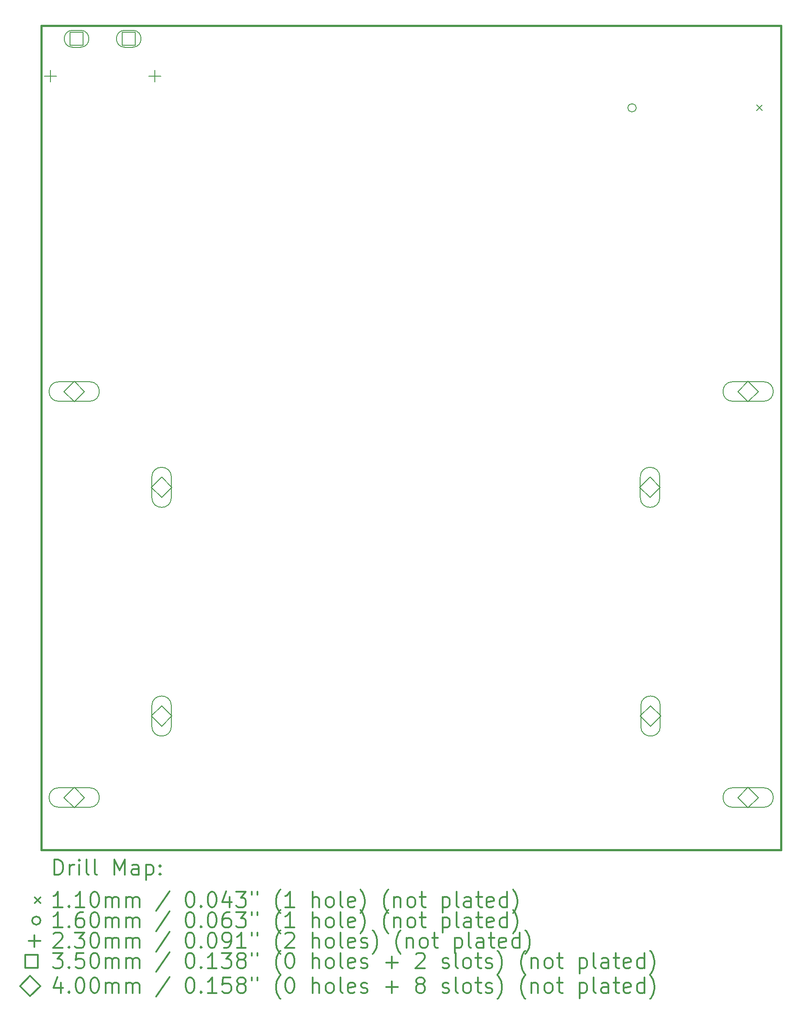
<source format=gbr>
%FSLAX45Y45*%
G04 Gerber Fmt 4.5, Leading zero omitted, Abs format (unit mm)*
G04 Created by KiCad (PCBNEW 4.0.1-stable) date 23.06.2016 11:54:20*
%MOMM*%
G01*
G04 APERTURE LIST*
%ADD10C,0.127000*%
%ADD11C,0.381000*%
%ADD12C,0.200000*%
%ADD13C,0.300000*%
G04 APERTURE END LIST*
D10*
D11*
X16361918Y-2135124D02*
X16361918Y-18174970D01*
X1961896Y-2135124D02*
X16361918Y-2135124D01*
X1961896Y-2135886D02*
X1961896Y-2135124D01*
X1961896Y-2136902D02*
X1961896Y-2135886D01*
X1961896Y-18174970D02*
X1961896Y-2136902D01*
X16361918Y-18174970D02*
X1961896Y-18174970D01*
D12*
X15887131Y-3682063D02*
X15997113Y-3792045D01*
X15997113Y-3682063D02*
X15887131Y-3792045D01*
X13542076Y-3737054D02*
G75*
G03X13542076Y-3737054I-80010J0D01*
G01*
X2138934Y-3002280D02*
X2138934Y-3232404D01*
X2023872Y-3117342D02*
X2253996Y-3117342D01*
X4170934Y-3002280D02*
X4170934Y-3232404D01*
X4055872Y-3117342D02*
X4285996Y-3117342D01*
X2770683Y-2516937D02*
X2770683Y-2269439D01*
X2523185Y-2269439D01*
X2523185Y-2516937D01*
X2770683Y-2516937D01*
X2571877Y-2558194D02*
X2721991Y-2558194D01*
X2571877Y-2228182D02*
X2721991Y-2228182D01*
X2721991Y-2558194D02*
G75*
G03X2721991Y-2228182I0J165006D01*
G01*
X2571877Y-2228182D02*
G75*
G03X2571877Y-2558194I0J-165006D01*
G01*
X3786683Y-2516937D02*
X3786683Y-2269439D01*
X3539185Y-2269439D01*
X3539185Y-2516937D01*
X3786683Y-2516937D01*
X3587877Y-2558194D02*
X3737991Y-2558194D01*
X3587877Y-2228182D02*
X3737991Y-2228182D01*
X3737991Y-2558194D02*
G75*
G03X3737991Y-2228182I0J165006D01*
G01*
X3587877Y-2228182D02*
G75*
G03X3587877Y-2558194I0J-165006D01*
G01*
X2600960Y-9456039D02*
X2800985Y-9256014D01*
X2600960Y-9055989D01*
X2400935Y-9256014D01*
X2600960Y-9456039D01*
X2300986Y-9446039D02*
X2900934Y-9446039D01*
X2300986Y-9065989D02*
X2900934Y-9065989D01*
X2900934Y-9446039D02*
G75*
G03X2900934Y-9065989I0J190025D01*
G01*
X2300986Y-9065989D02*
G75*
G03X2300986Y-9446039I0J-190025D01*
G01*
X2600960Y-17354931D02*
X2800985Y-17154906D01*
X2600960Y-16954881D01*
X2400935Y-17154906D01*
X2600960Y-17354931D01*
X2300986Y-17344931D02*
X2900934Y-17344931D01*
X2300986Y-16964881D02*
X2900934Y-16964881D01*
X2900934Y-17344931D02*
G75*
G03X2900934Y-16964881I0J190025D01*
G01*
X2300986Y-16964881D02*
G75*
G03X2300986Y-17344931I0J-190025D01*
G01*
X4302760Y-11320145D02*
X4502785Y-11120120D01*
X4302760Y-10920095D01*
X4102735Y-11120120D01*
X4302760Y-11320145D01*
X4112735Y-10920095D02*
X4112735Y-11320145D01*
X4492785Y-10920095D02*
X4492785Y-11320145D01*
X4112735Y-11320145D02*
G75*
G03X4492785Y-11320145I190025J0D01*
G01*
X4492785Y-10920095D02*
G75*
G03X4112735Y-10920095I-190025J0D01*
G01*
X4302760Y-15770225D02*
X4502785Y-15570200D01*
X4302760Y-15370175D01*
X4102735Y-15570200D01*
X4302760Y-15770225D01*
X4112735Y-15370175D02*
X4112735Y-15770225D01*
X4492785Y-15370175D02*
X4492785Y-15770225D01*
X4112735Y-15770225D02*
G75*
G03X4492785Y-15770225I190025J0D01*
G01*
X4492785Y-15370175D02*
G75*
G03X4112735Y-15370175I-190025J0D01*
G01*
X13812520Y-11320145D02*
X14012545Y-11120120D01*
X13812520Y-10920095D01*
X13612495Y-11120120D01*
X13812520Y-11320145D01*
X13622495Y-10920095D02*
X13622495Y-11320145D01*
X14002545Y-10920095D02*
X14002545Y-11320145D01*
X13622495Y-11320145D02*
G75*
G03X14002545Y-11320145I190025J0D01*
G01*
X14002545Y-10920095D02*
G75*
G03X13622495Y-10920095I-190025J0D01*
G01*
X13822680Y-15770225D02*
X14022705Y-15570200D01*
X13822680Y-15370175D01*
X13622655Y-15570200D01*
X13822680Y-15770225D01*
X13632655Y-15370175D02*
X13632655Y-15770225D01*
X14012705Y-15370175D02*
X14012705Y-15770225D01*
X13632655Y-15770225D02*
G75*
G03X14012705Y-15770225I190025J0D01*
G01*
X14012705Y-15370175D02*
G75*
G03X13632655Y-15370175I-190025J0D01*
G01*
X15722600Y-9455785D02*
X15922625Y-9255760D01*
X15722600Y-9055735D01*
X15522575Y-9255760D01*
X15722600Y-9455785D01*
X15422626Y-9445785D02*
X16022574Y-9445785D01*
X15422626Y-9065735D02*
X16022574Y-9065735D01*
X16022574Y-9445785D02*
G75*
G03X16022574Y-9065735I0J190025D01*
G01*
X15422626Y-9065735D02*
G75*
G03X15422626Y-9445785I0J-190025D01*
G01*
X15722600Y-17355185D02*
X15922625Y-17155160D01*
X15722600Y-16955135D01*
X15522575Y-17155160D01*
X15722600Y-17355185D01*
X15422626Y-17345185D02*
X16022574Y-17345185D01*
X15422626Y-16965135D02*
X16022574Y-16965135D01*
X16022574Y-17345185D02*
G75*
G03X16022574Y-16965135I0J190025D01*
G01*
X15422626Y-16965135D02*
G75*
G03X15422626Y-17345185I0J-190025D01*
G01*
D13*
X2214275Y-18659734D02*
X2214275Y-18359734D01*
X2285703Y-18359734D01*
X2328560Y-18374020D01*
X2357132Y-18402592D01*
X2371417Y-18431163D01*
X2385703Y-18488306D01*
X2385703Y-18531163D01*
X2371417Y-18588306D01*
X2357132Y-18616877D01*
X2328560Y-18645449D01*
X2285703Y-18659734D01*
X2214275Y-18659734D01*
X2514275Y-18659734D02*
X2514275Y-18459734D01*
X2514275Y-18516877D02*
X2528560Y-18488306D01*
X2542846Y-18474020D01*
X2571417Y-18459734D01*
X2599989Y-18459734D01*
X2699989Y-18659734D02*
X2699989Y-18459734D01*
X2699989Y-18359734D02*
X2685703Y-18374020D01*
X2699989Y-18388306D01*
X2714275Y-18374020D01*
X2699989Y-18359734D01*
X2699989Y-18388306D01*
X2885703Y-18659734D02*
X2857132Y-18645449D01*
X2842846Y-18616877D01*
X2842846Y-18359734D01*
X3042846Y-18659734D02*
X3014274Y-18645449D01*
X2999989Y-18616877D01*
X2999989Y-18359734D01*
X3385703Y-18659734D02*
X3385703Y-18359734D01*
X3485703Y-18574020D01*
X3585703Y-18359734D01*
X3585703Y-18659734D01*
X3857132Y-18659734D02*
X3857132Y-18502592D01*
X3842846Y-18474020D01*
X3814274Y-18459734D01*
X3757132Y-18459734D01*
X3728560Y-18474020D01*
X3857132Y-18645449D02*
X3828560Y-18659734D01*
X3757132Y-18659734D01*
X3728560Y-18645449D01*
X3714274Y-18616877D01*
X3714274Y-18588306D01*
X3728560Y-18559734D01*
X3757132Y-18545449D01*
X3828560Y-18545449D01*
X3857132Y-18531163D01*
X3999989Y-18459734D02*
X3999989Y-18759734D01*
X3999989Y-18474020D02*
X4028560Y-18459734D01*
X4085703Y-18459734D01*
X4114274Y-18474020D01*
X4128560Y-18488306D01*
X4142846Y-18516877D01*
X4142846Y-18602592D01*
X4128560Y-18631163D01*
X4114274Y-18645449D01*
X4085703Y-18659734D01*
X4028560Y-18659734D01*
X3999989Y-18645449D01*
X4271417Y-18631163D02*
X4285703Y-18645449D01*
X4271417Y-18659734D01*
X4257132Y-18645449D01*
X4271417Y-18631163D01*
X4271417Y-18659734D01*
X4271417Y-18474020D02*
X4285703Y-18488306D01*
X4271417Y-18502592D01*
X4257132Y-18488306D01*
X4271417Y-18474020D01*
X4271417Y-18502592D01*
X1832864Y-19099029D02*
X1942846Y-19209011D01*
X1942846Y-19099029D02*
X1832864Y-19209011D01*
X2371417Y-19289734D02*
X2199989Y-19289734D01*
X2285703Y-19289734D02*
X2285703Y-18989734D01*
X2257132Y-19032592D01*
X2228560Y-19061163D01*
X2199989Y-19075449D01*
X2499989Y-19261163D02*
X2514275Y-19275449D01*
X2499989Y-19289734D01*
X2485703Y-19275449D01*
X2499989Y-19261163D01*
X2499989Y-19289734D01*
X2799989Y-19289734D02*
X2628560Y-19289734D01*
X2714274Y-19289734D02*
X2714274Y-18989734D01*
X2685703Y-19032592D01*
X2657132Y-19061163D01*
X2628560Y-19075449D01*
X2985703Y-18989734D02*
X3014274Y-18989734D01*
X3042846Y-19004020D01*
X3057132Y-19018306D01*
X3071417Y-19046877D01*
X3085703Y-19104020D01*
X3085703Y-19175449D01*
X3071417Y-19232592D01*
X3057132Y-19261163D01*
X3042846Y-19275449D01*
X3014274Y-19289734D01*
X2985703Y-19289734D01*
X2957132Y-19275449D01*
X2942846Y-19261163D01*
X2928560Y-19232592D01*
X2914274Y-19175449D01*
X2914274Y-19104020D01*
X2928560Y-19046877D01*
X2942846Y-19018306D01*
X2957132Y-19004020D01*
X2985703Y-18989734D01*
X3214274Y-19289734D02*
X3214274Y-19089734D01*
X3214274Y-19118306D02*
X3228560Y-19104020D01*
X3257132Y-19089734D01*
X3299989Y-19089734D01*
X3328560Y-19104020D01*
X3342846Y-19132592D01*
X3342846Y-19289734D01*
X3342846Y-19132592D02*
X3357132Y-19104020D01*
X3385703Y-19089734D01*
X3428560Y-19089734D01*
X3457132Y-19104020D01*
X3471417Y-19132592D01*
X3471417Y-19289734D01*
X3614274Y-19289734D02*
X3614274Y-19089734D01*
X3614274Y-19118306D02*
X3628560Y-19104020D01*
X3657132Y-19089734D01*
X3699989Y-19089734D01*
X3728560Y-19104020D01*
X3742846Y-19132592D01*
X3742846Y-19289734D01*
X3742846Y-19132592D02*
X3757132Y-19104020D01*
X3785703Y-19089734D01*
X3828560Y-19089734D01*
X3857132Y-19104020D01*
X3871417Y-19132592D01*
X3871417Y-19289734D01*
X4457132Y-18975449D02*
X4199989Y-19361163D01*
X4842846Y-18989734D02*
X4871417Y-18989734D01*
X4899989Y-19004020D01*
X4914274Y-19018306D01*
X4928560Y-19046877D01*
X4942846Y-19104020D01*
X4942846Y-19175449D01*
X4928560Y-19232592D01*
X4914274Y-19261163D01*
X4899989Y-19275449D01*
X4871417Y-19289734D01*
X4842846Y-19289734D01*
X4814274Y-19275449D01*
X4799989Y-19261163D01*
X4785703Y-19232592D01*
X4771417Y-19175449D01*
X4771417Y-19104020D01*
X4785703Y-19046877D01*
X4799989Y-19018306D01*
X4814274Y-19004020D01*
X4842846Y-18989734D01*
X5071417Y-19261163D02*
X5085703Y-19275449D01*
X5071417Y-19289734D01*
X5057132Y-19275449D01*
X5071417Y-19261163D01*
X5071417Y-19289734D01*
X5271417Y-18989734D02*
X5299989Y-18989734D01*
X5328560Y-19004020D01*
X5342846Y-19018306D01*
X5357132Y-19046877D01*
X5371417Y-19104020D01*
X5371417Y-19175449D01*
X5357132Y-19232592D01*
X5342846Y-19261163D01*
X5328560Y-19275449D01*
X5299989Y-19289734D01*
X5271417Y-19289734D01*
X5242846Y-19275449D01*
X5228560Y-19261163D01*
X5214274Y-19232592D01*
X5199989Y-19175449D01*
X5199989Y-19104020D01*
X5214274Y-19046877D01*
X5228560Y-19018306D01*
X5242846Y-19004020D01*
X5271417Y-18989734D01*
X5628560Y-19089734D02*
X5628560Y-19289734D01*
X5557132Y-18975449D02*
X5485703Y-19189734D01*
X5671417Y-19189734D01*
X5757131Y-18989734D02*
X5942846Y-18989734D01*
X5842846Y-19104020D01*
X5885703Y-19104020D01*
X5914274Y-19118306D01*
X5928560Y-19132592D01*
X5942846Y-19161163D01*
X5942846Y-19232592D01*
X5928560Y-19261163D01*
X5914274Y-19275449D01*
X5885703Y-19289734D01*
X5799989Y-19289734D01*
X5771417Y-19275449D01*
X5757131Y-19261163D01*
X6057132Y-18989734D02*
X6057132Y-19046877D01*
X6171417Y-18989734D02*
X6171417Y-19046877D01*
X6614274Y-19404020D02*
X6599989Y-19389734D01*
X6571417Y-19346877D01*
X6557131Y-19318306D01*
X6542846Y-19275449D01*
X6528560Y-19204020D01*
X6528560Y-19146877D01*
X6542846Y-19075449D01*
X6557131Y-19032592D01*
X6571417Y-19004020D01*
X6599989Y-18961163D01*
X6614274Y-18946877D01*
X6885703Y-19289734D02*
X6714274Y-19289734D01*
X6799989Y-19289734D02*
X6799989Y-18989734D01*
X6771417Y-19032592D01*
X6742846Y-19061163D01*
X6714274Y-19075449D01*
X7242846Y-19289734D02*
X7242846Y-18989734D01*
X7371417Y-19289734D02*
X7371417Y-19132592D01*
X7357131Y-19104020D01*
X7328560Y-19089734D01*
X7285703Y-19089734D01*
X7257131Y-19104020D01*
X7242846Y-19118306D01*
X7557131Y-19289734D02*
X7528560Y-19275449D01*
X7514274Y-19261163D01*
X7499989Y-19232592D01*
X7499989Y-19146877D01*
X7514274Y-19118306D01*
X7528560Y-19104020D01*
X7557131Y-19089734D01*
X7599989Y-19089734D01*
X7628560Y-19104020D01*
X7642846Y-19118306D01*
X7657131Y-19146877D01*
X7657131Y-19232592D01*
X7642846Y-19261163D01*
X7628560Y-19275449D01*
X7599989Y-19289734D01*
X7557131Y-19289734D01*
X7828560Y-19289734D02*
X7799989Y-19275449D01*
X7785703Y-19246877D01*
X7785703Y-18989734D01*
X8057132Y-19275449D02*
X8028560Y-19289734D01*
X7971417Y-19289734D01*
X7942846Y-19275449D01*
X7928560Y-19246877D01*
X7928560Y-19132592D01*
X7942846Y-19104020D01*
X7971417Y-19089734D01*
X8028560Y-19089734D01*
X8057132Y-19104020D01*
X8071417Y-19132592D01*
X8071417Y-19161163D01*
X7928560Y-19189734D01*
X8171417Y-19404020D02*
X8185703Y-19389734D01*
X8214274Y-19346877D01*
X8228560Y-19318306D01*
X8242846Y-19275449D01*
X8257132Y-19204020D01*
X8257132Y-19146877D01*
X8242846Y-19075449D01*
X8228560Y-19032592D01*
X8214274Y-19004020D01*
X8185703Y-18961163D01*
X8171417Y-18946877D01*
X8714275Y-19404020D02*
X8699989Y-19389734D01*
X8671417Y-19346877D01*
X8657132Y-19318306D01*
X8642846Y-19275449D01*
X8628560Y-19204020D01*
X8628560Y-19146877D01*
X8642846Y-19075449D01*
X8657132Y-19032592D01*
X8671417Y-19004020D01*
X8699989Y-18961163D01*
X8714275Y-18946877D01*
X8828560Y-19089734D02*
X8828560Y-19289734D01*
X8828560Y-19118306D02*
X8842846Y-19104020D01*
X8871417Y-19089734D01*
X8914275Y-19089734D01*
X8942846Y-19104020D01*
X8957132Y-19132592D01*
X8957132Y-19289734D01*
X9142846Y-19289734D02*
X9114275Y-19275449D01*
X9099989Y-19261163D01*
X9085703Y-19232592D01*
X9085703Y-19146877D01*
X9099989Y-19118306D01*
X9114275Y-19104020D01*
X9142846Y-19089734D01*
X9185703Y-19089734D01*
X9214275Y-19104020D01*
X9228560Y-19118306D01*
X9242846Y-19146877D01*
X9242846Y-19232592D01*
X9228560Y-19261163D01*
X9214275Y-19275449D01*
X9185703Y-19289734D01*
X9142846Y-19289734D01*
X9328560Y-19089734D02*
X9442846Y-19089734D01*
X9371417Y-18989734D02*
X9371417Y-19246877D01*
X9385703Y-19275449D01*
X9414275Y-19289734D01*
X9442846Y-19289734D01*
X9771417Y-19089734D02*
X9771417Y-19389734D01*
X9771417Y-19104020D02*
X9799989Y-19089734D01*
X9857132Y-19089734D01*
X9885703Y-19104020D01*
X9899989Y-19118306D01*
X9914275Y-19146877D01*
X9914275Y-19232592D01*
X9899989Y-19261163D01*
X9885703Y-19275449D01*
X9857132Y-19289734D01*
X9799989Y-19289734D01*
X9771417Y-19275449D01*
X10085703Y-19289734D02*
X10057132Y-19275449D01*
X10042846Y-19246877D01*
X10042846Y-18989734D01*
X10328560Y-19289734D02*
X10328560Y-19132592D01*
X10314275Y-19104020D01*
X10285703Y-19089734D01*
X10228560Y-19089734D01*
X10199989Y-19104020D01*
X10328560Y-19275449D02*
X10299989Y-19289734D01*
X10228560Y-19289734D01*
X10199989Y-19275449D01*
X10185703Y-19246877D01*
X10185703Y-19218306D01*
X10199989Y-19189734D01*
X10228560Y-19175449D01*
X10299989Y-19175449D01*
X10328560Y-19161163D01*
X10428560Y-19089734D02*
X10542846Y-19089734D01*
X10471418Y-18989734D02*
X10471418Y-19246877D01*
X10485703Y-19275449D01*
X10514275Y-19289734D01*
X10542846Y-19289734D01*
X10757132Y-19275449D02*
X10728560Y-19289734D01*
X10671418Y-19289734D01*
X10642846Y-19275449D01*
X10628560Y-19246877D01*
X10628560Y-19132592D01*
X10642846Y-19104020D01*
X10671418Y-19089734D01*
X10728560Y-19089734D01*
X10757132Y-19104020D01*
X10771418Y-19132592D01*
X10771418Y-19161163D01*
X10628560Y-19189734D01*
X11028560Y-19289734D02*
X11028560Y-18989734D01*
X11028560Y-19275449D02*
X10999989Y-19289734D01*
X10942846Y-19289734D01*
X10914275Y-19275449D01*
X10899989Y-19261163D01*
X10885703Y-19232592D01*
X10885703Y-19146877D01*
X10899989Y-19118306D01*
X10914275Y-19104020D01*
X10942846Y-19089734D01*
X10999989Y-19089734D01*
X11028560Y-19104020D01*
X11142846Y-19404020D02*
X11157132Y-19389734D01*
X11185703Y-19346877D01*
X11199989Y-19318306D01*
X11214275Y-19275449D01*
X11228560Y-19204020D01*
X11228560Y-19146877D01*
X11214275Y-19075449D01*
X11199989Y-19032592D01*
X11185703Y-19004020D01*
X11157132Y-18961163D01*
X11142846Y-18946877D01*
X1942846Y-19550020D02*
G75*
G03X1942846Y-19550020I-80010J0D01*
G01*
X2371417Y-19685734D02*
X2199989Y-19685734D01*
X2285703Y-19685734D02*
X2285703Y-19385734D01*
X2257132Y-19428592D01*
X2228560Y-19457163D01*
X2199989Y-19471449D01*
X2499989Y-19657163D02*
X2514275Y-19671449D01*
X2499989Y-19685734D01*
X2485703Y-19671449D01*
X2499989Y-19657163D01*
X2499989Y-19685734D01*
X2771417Y-19385734D02*
X2714274Y-19385734D01*
X2685703Y-19400020D01*
X2671417Y-19414306D01*
X2642846Y-19457163D01*
X2628560Y-19514306D01*
X2628560Y-19628592D01*
X2642846Y-19657163D01*
X2657132Y-19671449D01*
X2685703Y-19685734D01*
X2742846Y-19685734D01*
X2771417Y-19671449D01*
X2785703Y-19657163D01*
X2799989Y-19628592D01*
X2799989Y-19557163D01*
X2785703Y-19528592D01*
X2771417Y-19514306D01*
X2742846Y-19500020D01*
X2685703Y-19500020D01*
X2657132Y-19514306D01*
X2642846Y-19528592D01*
X2628560Y-19557163D01*
X2985703Y-19385734D02*
X3014274Y-19385734D01*
X3042846Y-19400020D01*
X3057132Y-19414306D01*
X3071417Y-19442877D01*
X3085703Y-19500020D01*
X3085703Y-19571449D01*
X3071417Y-19628592D01*
X3057132Y-19657163D01*
X3042846Y-19671449D01*
X3014274Y-19685734D01*
X2985703Y-19685734D01*
X2957132Y-19671449D01*
X2942846Y-19657163D01*
X2928560Y-19628592D01*
X2914274Y-19571449D01*
X2914274Y-19500020D01*
X2928560Y-19442877D01*
X2942846Y-19414306D01*
X2957132Y-19400020D01*
X2985703Y-19385734D01*
X3214274Y-19685734D02*
X3214274Y-19485734D01*
X3214274Y-19514306D02*
X3228560Y-19500020D01*
X3257132Y-19485734D01*
X3299989Y-19485734D01*
X3328560Y-19500020D01*
X3342846Y-19528592D01*
X3342846Y-19685734D01*
X3342846Y-19528592D02*
X3357132Y-19500020D01*
X3385703Y-19485734D01*
X3428560Y-19485734D01*
X3457132Y-19500020D01*
X3471417Y-19528592D01*
X3471417Y-19685734D01*
X3614274Y-19685734D02*
X3614274Y-19485734D01*
X3614274Y-19514306D02*
X3628560Y-19500020D01*
X3657132Y-19485734D01*
X3699989Y-19485734D01*
X3728560Y-19500020D01*
X3742846Y-19528592D01*
X3742846Y-19685734D01*
X3742846Y-19528592D02*
X3757132Y-19500020D01*
X3785703Y-19485734D01*
X3828560Y-19485734D01*
X3857132Y-19500020D01*
X3871417Y-19528592D01*
X3871417Y-19685734D01*
X4457132Y-19371449D02*
X4199989Y-19757163D01*
X4842846Y-19385734D02*
X4871417Y-19385734D01*
X4899989Y-19400020D01*
X4914274Y-19414306D01*
X4928560Y-19442877D01*
X4942846Y-19500020D01*
X4942846Y-19571449D01*
X4928560Y-19628592D01*
X4914274Y-19657163D01*
X4899989Y-19671449D01*
X4871417Y-19685734D01*
X4842846Y-19685734D01*
X4814274Y-19671449D01*
X4799989Y-19657163D01*
X4785703Y-19628592D01*
X4771417Y-19571449D01*
X4771417Y-19500020D01*
X4785703Y-19442877D01*
X4799989Y-19414306D01*
X4814274Y-19400020D01*
X4842846Y-19385734D01*
X5071417Y-19657163D02*
X5085703Y-19671449D01*
X5071417Y-19685734D01*
X5057132Y-19671449D01*
X5071417Y-19657163D01*
X5071417Y-19685734D01*
X5271417Y-19385734D02*
X5299989Y-19385734D01*
X5328560Y-19400020D01*
X5342846Y-19414306D01*
X5357132Y-19442877D01*
X5371417Y-19500020D01*
X5371417Y-19571449D01*
X5357132Y-19628592D01*
X5342846Y-19657163D01*
X5328560Y-19671449D01*
X5299989Y-19685734D01*
X5271417Y-19685734D01*
X5242846Y-19671449D01*
X5228560Y-19657163D01*
X5214274Y-19628592D01*
X5199989Y-19571449D01*
X5199989Y-19500020D01*
X5214274Y-19442877D01*
X5228560Y-19414306D01*
X5242846Y-19400020D01*
X5271417Y-19385734D01*
X5628560Y-19385734D02*
X5571417Y-19385734D01*
X5542846Y-19400020D01*
X5528560Y-19414306D01*
X5499989Y-19457163D01*
X5485703Y-19514306D01*
X5485703Y-19628592D01*
X5499989Y-19657163D01*
X5514274Y-19671449D01*
X5542846Y-19685734D01*
X5599989Y-19685734D01*
X5628560Y-19671449D01*
X5642846Y-19657163D01*
X5657131Y-19628592D01*
X5657131Y-19557163D01*
X5642846Y-19528592D01*
X5628560Y-19514306D01*
X5599989Y-19500020D01*
X5542846Y-19500020D01*
X5514274Y-19514306D01*
X5499989Y-19528592D01*
X5485703Y-19557163D01*
X5757131Y-19385734D02*
X5942846Y-19385734D01*
X5842846Y-19500020D01*
X5885703Y-19500020D01*
X5914274Y-19514306D01*
X5928560Y-19528592D01*
X5942846Y-19557163D01*
X5942846Y-19628592D01*
X5928560Y-19657163D01*
X5914274Y-19671449D01*
X5885703Y-19685734D01*
X5799989Y-19685734D01*
X5771417Y-19671449D01*
X5757131Y-19657163D01*
X6057132Y-19385734D02*
X6057132Y-19442877D01*
X6171417Y-19385734D02*
X6171417Y-19442877D01*
X6614274Y-19800020D02*
X6599989Y-19785734D01*
X6571417Y-19742877D01*
X6557131Y-19714306D01*
X6542846Y-19671449D01*
X6528560Y-19600020D01*
X6528560Y-19542877D01*
X6542846Y-19471449D01*
X6557131Y-19428592D01*
X6571417Y-19400020D01*
X6599989Y-19357163D01*
X6614274Y-19342877D01*
X6885703Y-19685734D02*
X6714274Y-19685734D01*
X6799989Y-19685734D02*
X6799989Y-19385734D01*
X6771417Y-19428592D01*
X6742846Y-19457163D01*
X6714274Y-19471449D01*
X7242846Y-19685734D02*
X7242846Y-19385734D01*
X7371417Y-19685734D02*
X7371417Y-19528592D01*
X7357131Y-19500020D01*
X7328560Y-19485734D01*
X7285703Y-19485734D01*
X7257131Y-19500020D01*
X7242846Y-19514306D01*
X7557131Y-19685734D02*
X7528560Y-19671449D01*
X7514274Y-19657163D01*
X7499989Y-19628592D01*
X7499989Y-19542877D01*
X7514274Y-19514306D01*
X7528560Y-19500020D01*
X7557131Y-19485734D01*
X7599989Y-19485734D01*
X7628560Y-19500020D01*
X7642846Y-19514306D01*
X7657131Y-19542877D01*
X7657131Y-19628592D01*
X7642846Y-19657163D01*
X7628560Y-19671449D01*
X7599989Y-19685734D01*
X7557131Y-19685734D01*
X7828560Y-19685734D02*
X7799989Y-19671449D01*
X7785703Y-19642877D01*
X7785703Y-19385734D01*
X8057132Y-19671449D02*
X8028560Y-19685734D01*
X7971417Y-19685734D01*
X7942846Y-19671449D01*
X7928560Y-19642877D01*
X7928560Y-19528592D01*
X7942846Y-19500020D01*
X7971417Y-19485734D01*
X8028560Y-19485734D01*
X8057132Y-19500020D01*
X8071417Y-19528592D01*
X8071417Y-19557163D01*
X7928560Y-19585734D01*
X8171417Y-19800020D02*
X8185703Y-19785734D01*
X8214274Y-19742877D01*
X8228560Y-19714306D01*
X8242846Y-19671449D01*
X8257132Y-19600020D01*
X8257132Y-19542877D01*
X8242846Y-19471449D01*
X8228560Y-19428592D01*
X8214274Y-19400020D01*
X8185703Y-19357163D01*
X8171417Y-19342877D01*
X8714275Y-19800020D02*
X8699989Y-19785734D01*
X8671417Y-19742877D01*
X8657132Y-19714306D01*
X8642846Y-19671449D01*
X8628560Y-19600020D01*
X8628560Y-19542877D01*
X8642846Y-19471449D01*
X8657132Y-19428592D01*
X8671417Y-19400020D01*
X8699989Y-19357163D01*
X8714275Y-19342877D01*
X8828560Y-19485734D02*
X8828560Y-19685734D01*
X8828560Y-19514306D02*
X8842846Y-19500020D01*
X8871417Y-19485734D01*
X8914275Y-19485734D01*
X8942846Y-19500020D01*
X8957132Y-19528592D01*
X8957132Y-19685734D01*
X9142846Y-19685734D02*
X9114275Y-19671449D01*
X9099989Y-19657163D01*
X9085703Y-19628592D01*
X9085703Y-19542877D01*
X9099989Y-19514306D01*
X9114275Y-19500020D01*
X9142846Y-19485734D01*
X9185703Y-19485734D01*
X9214275Y-19500020D01*
X9228560Y-19514306D01*
X9242846Y-19542877D01*
X9242846Y-19628592D01*
X9228560Y-19657163D01*
X9214275Y-19671449D01*
X9185703Y-19685734D01*
X9142846Y-19685734D01*
X9328560Y-19485734D02*
X9442846Y-19485734D01*
X9371417Y-19385734D02*
X9371417Y-19642877D01*
X9385703Y-19671449D01*
X9414275Y-19685734D01*
X9442846Y-19685734D01*
X9771417Y-19485734D02*
X9771417Y-19785734D01*
X9771417Y-19500020D02*
X9799989Y-19485734D01*
X9857132Y-19485734D01*
X9885703Y-19500020D01*
X9899989Y-19514306D01*
X9914275Y-19542877D01*
X9914275Y-19628592D01*
X9899989Y-19657163D01*
X9885703Y-19671449D01*
X9857132Y-19685734D01*
X9799989Y-19685734D01*
X9771417Y-19671449D01*
X10085703Y-19685734D02*
X10057132Y-19671449D01*
X10042846Y-19642877D01*
X10042846Y-19385734D01*
X10328560Y-19685734D02*
X10328560Y-19528592D01*
X10314275Y-19500020D01*
X10285703Y-19485734D01*
X10228560Y-19485734D01*
X10199989Y-19500020D01*
X10328560Y-19671449D02*
X10299989Y-19685734D01*
X10228560Y-19685734D01*
X10199989Y-19671449D01*
X10185703Y-19642877D01*
X10185703Y-19614306D01*
X10199989Y-19585734D01*
X10228560Y-19571449D01*
X10299989Y-19571449D01*
X10328560Y-19557163D01*
X10428560Y-19485734D02*
X10542846Y-19485734D01*
X10471418Y-19385734D02*
X10471418Y-19642877D01*
X10485703Y-19671449D01*
X10514275Y-19685734D01*
X10542846Y-19685734D01*
X10757132Y-19671449D02*
X10728560Y-19685734D01*
X10671418Y-19685734D01*
X10642846Y-19671449D01*
X10628560Y-19642877D01*
X10628560Y-19528592D01*
X10642846Y-19500020D01*
X10671418Y-19485734D01*
X10728560Y-19485734D01*
X10757132Y-19500020D01*
X10771418Y-19528592D01*
X10771418Y-19557163D01*
X10628560Y-19585734D01*
X11028560Y-19685734D02*
X11028560Y-19385734D01*
X11028560Y-19671449D02*
X10999989Y-19685734D01*
X10942846Y-19685734D01*
X10914275Y-19671449D01*
X10899989Y-19657163D01*
X10885703Y-19628592D01*
X10885703Y-19542877D01*
X10899989Y-19514306D01*
X10914275Y-19500020D01*
X10942846Y-19485734D01*
X10999989Y-19485734D01*
X11028560Y-19500020D01*
X11142846Y-19800020D02*
X11157132Y-19785734D01*
X11185703Y-19742877D01*
X11199989Y-19714306D01*
X11214275Y-19671449D01*
X11228560Y-19600020D01*
X11228560Y-19542877D01*
X11214275Y-19471449D01*
X11199989Y-19428592D01*
X11185703Y-19400020D01*
X11157132Y-19357163D01*
X11142846Y-19342877D01*
X1827784Y-19830958D02*
X1827784Y-20061082D01*
X1712722Y-19946020D02*
X1942846Y-19946020D01*
X2199989Y-19810306D02*
X2214275Y-19796020D01*
X2242846Y-19781734D01*
X2314275Y-19781734D01*
X2342846Y-19796020D01*
X2357132Y-19810306D01*
X2371417Y-19838877D01*
X2371417Y-19867449D01*
X2357132Y-19910306D01*
X2185703Y-20081734D01*
X2371417Y-20081734D01*
X2499989Y-20053163D02*
X2514275Y-20067449D01*
X2499989Y-20081734D01*
X2485703Y-20067449D01*
X2499989Y-20053163D01*
X2499989Y-20081734D01*
X2614274Y-19781734D02*
X2799989Y-19781734D01*
X2699989Y-19896020D01*
X2742846Y-19896020D01*
X2771417Y-19910306D01*
X2785703Y-19924592D01*
X2799989Y-19953163D01*
X2799989Y-20024592D01*
X2785703Y-20053163D01*
X2771417Y-20067449D01*
X2742846Y-20081734D01*
X2657132Y-20081734D01*
X2628560Y-20067449D01*
X2614274Y-20053163D01*
X2985703Y-19781734D02*
X3014274Y-19781734D01*
X3042846Y-19796020D01*
X3057132Y-19810306D01*
X3071417Y-19838877D01*
X3085703Y-19896020D01*
X3085703Y-19967449D01*
X3071417Y-20024592D01*
X3057132Y-20053163D01*
X3042846Y-20067449D01*
X3014274Y-20081734D01*
X2985703Y-20081734D01*
X2957132Y-20067449D01*
X2942846Y-20053163D01*
X2928560Y-20024592D01*
X2914274Y-19967449D01*
X2914274Y-19896020D01*
X2928560Y-19838877D01*
X2942846Y-19810306D01*
X2957132Y-19796020D01*
X2985703Y-19781734D01*
X3214274Y-20081734D02*
X3214274Y-19881734D01*
X3214274Y-19910306D02*
X3228560Y-19896020D01*
X3257132Y-19881734D01*
X3299989Y-19881734D01*
X3328560Y-19896020D01*
X3342846Y-19924592D01*
X3342846Y-20081734D01*
X3342846Y-19924592D02*
X3357132Y-19896020D01*
X3385703Y-19881734D01*
X3428560Y-19881734D01*
X3457132Y-19896020D01*
X3471417Y-19924592D01*
X3471417Y-20081734D01*
X3614274Y-20081734D02*
X3614274Y-19881734D01*
X3614274Y-19910306D02*
X3628560Y-19896020D01*
X3657132Y-19881734D01*
X3699989Y-19881734D01*
X3728560Y-19896020D01*
X3742846Y-19924592D01*
X3742846Y-20081734D01*
X3742846Y-19924592D02*
X3757132Y-19896020D01*
X3785703Y-19881734D01*
X3828560Y-19881734D01*
X3857132Y-19896020D01*
X3871417Y-19924592D01*
X3871417Y-20081734D01*
X4457132Y-19767449D02*
X4199989Y-20153163D01*
X4842846Y-19781734D02*
X4871417Y-19781734D01*
X4899989Y-19796020D01*
X4914274Y-19810306D01*
X4928560Y-19838877D01*
X4942846Y-19896020D01*
X4942846Y-19967449D01*
X4928560Y-20024592D01*
X4914274Y-20053163D01*
X4899989Y-20067449D01*
X4871417Y-20081734D01*
X4842846Y-20081734D01*
X4814274Y-20067449D01*
X4799989Y-20053163D01*
X4785703Y-20024592D01*
X4771417Y-19967449D01*
X4771417Y-19896020D01*
X4785703Y-19838877D01*
X4799989Y-19810306D01*
X4814274Y-19796020D01*
X4842846Y-19781734D01*
X5071417Y-20053163D02*
X5085703Y-20067449D01*
X5071417Y-20081734D01*
X5057132Y-20067449D01*
X5071417Y-20053163D01*
X5071417Y-20081734D01*
X5271417Y-19781734D02*
X5299989Y-19781734D01*
X5328560Y-19796020D01*
X5342846Y-19810306D01*
X5357132Y-19838877D01*
X5371417Y-19896020D01*
X5371417Y-19967449D01*
X5357132Y-20024592D01*
X5342846Y-20053163D01*
X5328560Y-20067449D01*
X5299989Y-20081734D01*
X5271417Y-20081734D01*
X5242846Y-20067449D01*
X5228560Y-20053163D01*
X5214274Y-20024592D01*
X5199989Y-19967449D01*
X5199989Y-19896020D01*
X5214274Y-19838877D01*
X5228560Y-19810306D01*
X5242846Y-19796020D01*
X5271417Y-19781734D01*
X5514274Y-20081734D02*
X5571417Y-20081734D01*
X5599989Y-20067449D01*
X5614274Y-20053163D01*
X5642846Y-20010306D01*
X5657131Y-19953163D01*
X5657131Y-19838877D01*
X5642846Y-19810306D01*
X5628560Y-19796020D01*
X5599989Y-19781734D01*
X5542846Y-19781734D01*
X5514274Y-19796020D01*
X5499989Y-19810306D01*
X5485703Y-19838877D01*
X5485703Y-19910306D01*
X5499989Y-19938877D01*
X5514274Y-19953163D01*
X5542846Y-19967449D01*
X5599989Y-19967449D01*
X5628560Y-19953163D01*
X5642846Y-19938877D01*
X5657131Y-19910306D01*
X5942846Y-20081734D02*
X5771417Y-20081734D01*
X5857131Y-20081734D02*
X5857131Y-19781734D01*
X5828560Y-19824592D01*
X5799989Y-19853163D01*
X5771417Y-19867449D01*
X6057132Y-19781734D02*
X6057132Y-19838877D01*
X6171417Y-19781734D02*
X6171417Y-19838877D01*
X6614274Y-20196020D02*
X6599989Y-20181734D01*
X6571417Y-20138877D01*
X6557131Y-20110306D01*
X6542846Y-20067449D01*
X6528560Y-19996020D01*
X6528560Y-19938877D01*
X6542846Y-19867449D01*
X6557131Y-19824592D01*
X6571417Y-19796020D01*
X6599989Y-19753163D01*
X6614274Y-19738877D01*
X6714274Y-19810306D02*
X6728560Y-19796020D01*
X6757131Y-19781734D01*
X6828560Y-19781734D01*
X6857131Y-19796020D01*
X6871417Y-19810306D01*
X6885703Y-19838877D01*
X6885703Y-19867449D01*
X6871417Y-19910306D01*
X6699989Y-20081734D01*
X6885703Y-20081734D01*
X7242846Y-20081734D02*
X7242846Y-19781734D01*
X7371417Y-20081734D02*
X7371417Y-19924592D01*
X7357131Y-19896020D01*
X7328560Y-19881734D01*
X7285703Y-19881734D01*
X7257131Y-19896020D01*
X7242846Y-19910306D01*
X7557131Y-20081734D02*
X7528560Y-20067449D01*
X7514274Y-20053163D01*
X7499989Y-20024592D01*
X7499989Y-19938877D01*
X7514274Y-19910306D01*
X7528560Y-19896020D01*
X7557131Y-19881734D01*
X7599989Y-19881734D01*
X7628560Y-19896020D01*
X7642846Y-19910306D01*
X7657131Y-19938877D01*
X7657131Y-20024592D01*
X7642846Y-20053163D01*
X7628560Y-20067449D01*
X7599989Y-20081734D01*
X7557131Y-20081734D01*
X7828560Y-20081734D02*
X7799989Y-20067449D01*
X7785703Y-20038877D01*
X7785703Y-19781734D01*
X8057132Y-20067449D02*
X8028560Y-20081734D01*
X7971417Y-20081734D01*
X7942846Y-20067449D01*
X7928560Y-20038877D01*
X7928560Y-19924592D01*
X7942846Y-19896020D01*
X7971417Y-19881734D01*
X8028560Y-19881734D01*
X8057132Y-19896020D01*
X8071417Y-19924592D01*
X8071417Y-19953163D01*
X7928560Y-19981734D01*
X8185703Y-20067449D02*
X8214274Y-20081734D01*
X8271417Y-20081734D01*
X8299989Y-20067449D01*
X8314274Y-20038877D01*
X8314274Y-20024592D01*
X8299989Y-19996020D01*
X8271417Y-19981734D01*
X8228560Y-19981734D01*
X8199989Y-19967449D01*
X8185703Y-19938877D01*
X8185703Y-19924592D01*
X8199989Y-19896020D01*
X8228560Y-19881734D01*
X8271417Y-19881734D01*
X8299989Y-19896020D01*
X8414274Y-20196020D02*
X8428560Y-20181734D01*
X8457132Y-20138877D01*
X8471417Y-20110306D01*
X8485703Y-20067449D01*
X8499989Y-19996020D01*
X8499989Y-19938877D01*
X8485703Y-19867449D01*
X8471417Y-19824592D01*
X8457132Y-19796020D01*
X8428560Y-19753163D01*
X8414274Y-19738877D01*
X8957132Y-20196020D02*
X8942846Y-20181734D01*
X8914274Y-20138877D01*
X8899989Y-20110306D01*
X8885703Y-20067449D01*
X8871417Y-19996020D01*
X8871417Y-19938877D01*
X8885703Y-19867449D01*
X8899989Y-19824592D01*
X8914274Y-19796020D01*
X8942846Y-19753163D01*
X8957132Y-19738877D01*
X9071417Y-19881734D02*
X9071417Y-20081734D01*
X9071417Y-19910306D02*
X9085703Y-19896020D01*
X9114274Y-19881734D01*
X9157132Y-19881734D01*
X9185703Y-19896020D01*
X9199989Y-19924592D01*
X9199989Y-20081734D01*
X9385703Y-20081734D02*
X9357132Y-20067449D01*
X9342846Y-20053163D01*
X9328560Y-20024592D01*
X9328560Y-19938877D01*
X9342846Y-19910306D01*
X9357132Y-19896020D01*
X9385703Y-19881734D01*
X9428560Y-19881734D01*
X9457132Y-19896020D01*
X9471417Y-19910306D01*
X9485703Y-19938877D01*
X9485703Y-20024592D01*
X9471417Y-20053163D01*
X9457132Y-20067449D01*
X9428560Y-20081734D01*
X9385703Y-20081734D01*
X9571417Y-19881734D02*
X9685703Y-19881734D01*
X9614275Y-19781734D02*
X9614275Y-20038877D01*
X9628560Y-20067449D01*
X9657132Y-20081734D01*
X9685703Y-20081734D01*
X10014275Y-19881734D02*
X10014275Y-20181734D01*
X10014275Y-19896020D02*
X10042846Y-19881734D01*
X10099989Y-19881734D01*
X10128560Y-19896020D01*
X10142846Y-19910306D01*
X10157132Y-19938877D01*
X10157132Y-20024592D01*
X10142846Y-20053163D01*
X10128560Y-20067449D01*
X10099989Y-20081734D01*
X10042846Y-20081734D01*
X10014275Y-20067449D01*
X10328560Y-20081734D02*
X10299989Y-20067449D01*
X10285703Y-20038877D01*
X10285703Y-19781734D01*
X10571417Y-20081734D02*
X10571417Y-19924592D01*
X10557132Y-19896020D01*
X10528560Y-19881734D01*
X10471417Y-19881734D01*
X10442846Y-19896020D01*
X10571417Y-20067449D02*
X10542846Y-20081734D01*
X10471417Y-20081734D01*
X10442846Y-20067449D01*
X10428560Y-20038877D01*
X10428560Y-20010306D01*
X10442846Y-19981734D01*
X10471417Y-19967449D01*
X10542846Y-19967449D01*
X10571417Y-19953163D01*
X10671417Y-19881734D02*
X10785703Y-19881734D01*
X10714275Y-19781734D02*
X10714275Y-20038877D01*
X10728560Y-20067449D01*
X10757132Y-20081734D01*
X10785703Y-20081734D01*
X10999989Y-20067449D02*
X10971418Y-20081734D01*
X10914275Y-20081734D01*
X10885703Y-20067449D01*
X10871418Y-20038877D01*
X10871418Y-19924592D01*
X10885703Y-19896020D01*
X10914275Y-19881734D01*
X10971418Y-19881734D01*
X10999989Y-19896020D01*
X11014275Y-19924592D01*
X11014275Y-19953163D01*
X10871418Y-19981734D01*
X11271417Y-20081734D02*
X11271417Y-19781734D01*
X11271417Y-20067449D02*
X11242846Y-20081734D01*
X11185703Y-20081734D01*
X11157132Y-20067449D01*
X11142846Y-20053163D01*
X11128560Y-20024592D01*
X11128560Y-19938877D01*
X11142846Y-19910306D01*
X11157132Y-19896020D01*
X11185703Y-19881734D01*
X11242846Y-19881734D01*
X11271417Y-19896020D01*
X11385703Y-20196020D02*
X11399989Y-20181734D01*
X11428560Y-20138877D01*
X11442846Y-20110306D01*
X11457132Y-20067449D01*
X11471417Y-19996020D01*
X11471417Y-19938877D01*
X11457132Y-19867449D01*
X11442846Y-19824592D01*
X11428560Y-19796020D01*
X11399989Y-19753163D01*
X11385703Y-19738877D01*
X1891589Y-20465769D02*
X1891589Y-20218271D01*
X1644091Y-20218271D01*
X1644091Y-20465769D01*
X1891589Y-20465769D01*
X2185703Y-20177734D02*
X2371417Y-20177734D01*
X2271417Y-20292020D01*
X2314275Y-20292020D01*
X2342846Y-20306306D01*
X2357132Y-20320592D01*
X2371417Y-20349163D01*
X2371417Y-20420592D01*
X2357132Y-20449163D01*
X2342846Y-20463449D01*
X2314275Y-20477734D01*
X2228560Y-20477734D01*
X2199989Y-20463449D01*
X2185703Y-20449163D01*
X2499989Y-20449163D02*
X2514275Y-20463449D01*
X2499989Y-20477734D01*
X2485703Y-20463449D01*
X2499989Y-20449163D01*
X2499989Y-20477734D01*
X2785703Y-20177734D02*
X2642846Y-20177734D01*
X2628560Y-20320592D01*
X2642846Y-20306306D01*
X2671417Y-20292020D01*
X2742846Y-20292020D01*
X2771417Y-20306306D01*
X2785703Y-20320592D01*
X2799989Y-20349163D01*
X2799989Y-20420592D01*
X2785703Y-20449163D01*
X2771417Y-20463449D01*
X2742846Y-20477734D01*
X2671417Y-20477734D01*
X2642846Y-20463449D01*
X2628560Y-20449163D01*
X2985703Y-20177734D02*
X3014274Y-20177734D01*
X3042846Y-20192020D01*
X3057132Y-20206306D01*
X3071417Y-20234877D01*
X3085703Y-20292020D01*
X3085703Y-20363449D01*
X3071417Y-20420592D01*
X3057132Y-20449163D01*
X3042846Y-20463449D01*
X3014274Y-20477734D01*
X2985703Y-20477734D01*
X2957132Y-20463449D01*
X2942846Y-20449163D01*
X2928560Y-20420592D01*
X2914274Y-20363449D01*
X2914274Y-20292020D01*
X2928560Y-20234877D01*
X2942846Y-20206306D01*
X2957132Y-20192020D01*
X2985703Y-20177734D01*
X3214274Y-20477734D02*
X3214274Y-20277734D01*
X3214274Y-20306306D02*
X3228560Y-20292020D01*
X3257132Y-20277734D01*
X3299989Y-20277734D01*
X3328560Y-20292020D01*
X3342846Y-20320592D01*
X3342846Y-20477734D01*
X3342846Y-20320592D02*
X3357132Y-20292020D01*
X3385703Y-20277734D01*
X3428560Y-20277734D01*
X3457132Y-20292020D01*
X3471417Y-20320592D01*
X3471417Y-20477734D01*
X3614274Y-20477734D02*
X3614274Y-20277734D01*
X3614274Y-20306306D02*
X3628560Y-20292020D01*
X3657132Y-20277734D01*
X3699989Y-20277734D01*
X3728560Y-20292020D01*
X3742846Y-20320592D01*
X3742846Y-20477734D01*
X3742846Y-20320592D02*
X3757132Y-20292020D01*
X3785703Y-20277734D01*
X3828560Y-20277734D01*
X3857132Y-20292020D01*
X3871417Y-20320592D01*
X3871417Y-20477734D01*
X4457132Y-20163449D02*
X4199989Y-20549163D01*
X4842846Y-20177734D02*
X4871417Y-20177734D01*
X4899989Y-20192020D01*
X4914274Y-20206306D01*
X4928560Y-20234877D01*
X4942846Y-20292020D01*
X4942846Y-20363449D01*
X4928560Y-20420592D01*
X4914274Y-20449163D01*
X4899989Y-20463449D01*
X4871417Y-20477734D01*
X4842846Y-20477734D01*
X4814274Y-20463449D01*
X4799989Y-20449163D01*
X4785703Y-20420592D01*
X4771417Y-20363449D01*
X4771417Y-20292020D01*
X4785703Y-20234877D01*
X4799989Y-20206306D01*
X4814274Y-20192020D01*
X4842846Y-20177734D01*
X5071417Y-20449163D02*
X5085703Y-20463449D01*
X5071417Y-20477734D01*
X5057132Y-20463449D01*
X5071417Y-20449163D01*
X5071417Y-20477734D01*
X5371417Y-20477734D02*
X5199989Y-20477734D01*
X5285703Y-20477734D02*
X5285703Y-20177734D01*
X5257132Y-20220592D01*
X5228560Y-20249163D01*
X5199989Y-20263449D01*
X5471417Y-20177734D02*
X5657131Y-20177734D01*
X5557132Y-20292020D01*
X5599989Y-20292020D01*
X5628560Y-20306306D01*
X5642846Y-20320592D01*
X5657131Y-20349163D01*
X5657131Y-20420592D01*
X5642846Y-20449163D01*
X5628560Y-20463449D01*
X5599989Y-20477734D01*
X5514274Y-20477734D01*
X5485703Y-20463449D01*
X5471417Y-20449163D01*
X5828560Y-20306306D02*
X5799989Y-20292020D01*
X5785703Y-20277734D01*
X5771417Y-20249163D01*
X5771417Y-20234877D01*
X5785703Y-20206306D01*
X5799989Y-20192020D01*
X5828560Y-20177734D01*
X5885703Y-20177734D01*
X5914274Y-20192020D01*
X5928560Y-20206306D01*
X5942846Y-20234877D01*
X5942846Y-20249163D01*
X5928560Y-20277734D01*
X5914274Y-20292020D01*
X5885703Y-20306306D01*
X5828560Y-20306306D01*
X5799989Y-20320592D01*
X5785703Y-20334877D01*
X5771417Y-20363449D01*
X5771417Y-20420592D01*
X5785703Y-20449163D01*
X5799989Y-20463449D01*
X5828560Y-20477734D01*
X5885703Y-20477734D01*
X5914274Y-20463449D01*
X5928560Y-20449163D01*
X5942846Y-20420592D01*
X5942846Y-20363449D01*
X5928560Y-20334877D01*
X5914274Y-20320592D01*
X5885703Y-20306306D01*
X6057132Y-20177734D02*
X6057132Y-20234877D01*
X6171417Y-20177734D02*
X6171417Y-20234877D01*
X6614274Y-20592020D02*
X6599989Y-20577734D01*
X6571417Y-20534877D01*
X6557131Y-20506306D01*
X6542846Y-20463449D01*
X6528560Y-20392020D01*
X6528560Y-20334877D01*
X6542846Y-20263449D01*
X6557131Y-20220592D01*
X6571417Y-20192020D01*
X6599989Y-20149163D01*
X6614274Y-20134877D01*
X6785703Y-20177734D02*
X6814274Y-20177734D01*
X6842846Y-20192020D01*
X6857131Y-20206306D01*
X6871417Y-20234877D01*
X6885703Y-20292020D01*
X6885703Y-20363449D01*
X6871417Y-20420592D01*
X6857131Y-20449163D01*
X6842846Y-20463449D01*
X6814274Y-20477734D01*
X6785703Y-20477734D01*
X6757131Y-20463449D01*
X6742846Y-20449163D01*
X6728560Y-20420592D01*
X6714274Y-20363449D01*
X6714274Y-20292020D01*
X6728560Y-20234877D01*
X6742846Y-20206306D01*
X6757131Y-20192020D01*
X6785703Y-20177734D01*
X7242846Y-20477734D02*
X7242846Y-20177734D01*
X7371417Y-20477734D02*
X7371417Y-20320592D01*
X7357131Y-20292020D01*
X7328560Y-20277734D01*
X7285703Y-20277734D01*
X7257131Y-20292020D01*
X7242846Y-20306306D01*
X7557131Y-20477734D02*
X7528560Y-20463449D01*
X7514274Y-20449163D01*
X7499989Y-20420592D01*
X7499989Y-20334877D01*
X7514274Y-20306306D01*
X7528560Y-20292020D01*
X7557131Y-20277734D01*
X7599989Y-20277734D01*
X7628560Y-20292020D01*
X7642846Y-20306306D01*
X7657131Y-20334877D01*
X7657131Y-20420592D01*
X7642846Y-20449163D01*
X7628560Y-20463449D01*
X7599989Y-20477734D01*
X7557131Y-20477734D01*
X7828560Y-20477734D02*
X7799989Y-20463449D01*
X7785703Y-20434877D01*
X7785703Y-20177734D01*
X8057132Y-20463449D02*
X8028560Y-20477734D01*
X7971417Y-20477734D01*
X7942846Y-20463449D01*
X7928560Y-20434877D01*
X7928560Y-20320592D01*
X7942846Y-20292020D01*
X7971417Y-20277734D01*
X8028560Y-20277734D01*
X8057132Y-20292020D01*
X8071417Y-20320592D01*
X8071417Y-20349163D01*
X7928560Y-20377734D01*
X8185703Y-20463449D02*
X8214274Y-20477734D01*
X8271417Y-20477734D01*
X8299989Y-20463449D01*
X8314274Y-20434877D01*
X8314274Y-20420592D01*
X8299989Y-20392020D01*
X8271417Y-20377734D01*
X8228560Y-20377734D01*
X8199989Y-20363449D01*
X8185703Y-20334877D01*
X8185703Y-20320592D01*
X8199989Y-20292020D01*
X8228560Y-20277734D01*
X8271417Y-20277734D01*
X8299989Y-20292020D01*
X8671417Y-20363449D02*
X8899989Y-20363449D01*
X8785703Y-20477734D02*
X8785703Y-20249163D01*
X9257132Y-20206306D02*
X9271417Y-20192020D01*
X9299989Y-20177734D01*
X9371417Y-20177734D01*
X9399989Y-20192020D01*
X9414274Y-20206306D01*
X9428560Y-20234877D01*
X9428560Y-20263449D01*
X9414274Y-20306306D01*
X9242846Y-20477734D01*
X9428560Y-20477734D01*
X9771417Y-20463449D02*
X9799989Y-20477734D01*
X9857132Y-20477734D01*
X9885703Y-20463449D01*
X9899989Y-20434877D01*
X9899989Y-20420592D01*
X9885703Y-20392020D01*
X9857132Y-20377734D01*
X9814274Y-20377734D01*
X9785703Y-20363449D01*
X9771417Y-20334877D01*
X9771417Y-20320592D01*
X9785703Y-20292020D01*
X9814274Y-20277734D01*
X9857132Y-20277734D01*
X9885703Y-20292020D01*
X10071417Y-20477734D02*
X10042846Y-20463449D01*
X10028560Y-20434877D01*
X10028560Y-20177734D01*
X10228560Y-20477734D02*
X10199989Y-20463449D01*
X10185703Y-20449163D01*
X10171417Y-20420592D01*
X10171417Y-20334877D01*
X10185703Y-20306306D01*
X10199989Y-20292020D01*
X10228560Y-20277734D01*
X10271417Y-20277734D01*
X10299989Y-20292020D01*
X10314274Y-20306306D01*
X10328560Y-20334877D01*
X10328560Y-20420592D01*
X10314274Y-20449163D01*
X10299989Y-20463449D01*
X10271417Y-20477734D01*
X10228560Y-20477734D01*
X10414274Y-20277734D02*
X10528560Y-20277734D01*
X10457132Y-20177734D02*
X10457132Y-20434877D01*
X10471417Y-20463449D01*
X10499989Y-20477734D01*
X10528560Y-20477734D01*
X10614275Y-20463449D02*
X10642846Y-20477734D01*
X10699989Y-20477734D01*
X10728560Y-20463449D01*
X10742846Y-20434877D01*
X10742846Y-20420592D01*
X10728560Y-20392020D01*
X10699989Y-20377734D01*
X10657132Y-20377734D01*
X10628560Y-20363449D01*
X10614275Y-20334877D01*
X10614275Y-20320592D01*
X10628560Y-20292020D01*
X10657132Y-20277734D01*
X10699989Y-20277734D01*
X10728560Y-20292020D01*
X10842846Y-20592020D02*
X10857132Y-20577734D01*
X10885703Y-20534877D01*
X10899989Y-20506306D01*
X10914274Y-20463449D01*
X10928560Y-20392020D01*
X10928560Y-20334877D01*
X10914274Y-20263449D01*
X10899989Y-20220592D01*
X10885703Y-20192020D01*
X10857132Y-20149163D01*
X10842846Y-20134877D01*
X11385703Y-20592020D02*
X11371417Y-20577734D01*
X11342846Y-20534877D01*
X11328560Y-20506306D01*
X11314274Y-20463449D01*
X11299989Y-20392020D01*
X11299989Y-20334877D01*
X11314274Y-20263449D01*
X11328560Y-20220592D01*
X11342846Y-20192020D01*
X11371417Y-20149163D01*
X11385703Y-20134877D01*
X11499989Y-20277734D02*
X11499989Y-20477734D01*
X11499989Y-20306306D02*
X11514274Y-20292020D01*
X11542846Y-20277734D01*
X11585703Y-20277734D01*
X11614274Y-20292020D01*
X11628560Y-20320592D01*
X11628560Y-20477734D01*
X11814274Y-20477734D02*
X11785703Y-20463449D01*
X11771417Y-20449163D01*
X11757132Y-20420592D01*
X11757132Y-20334877D01*
X11771417Y-20306306D01*
X11785703Y-20292020D01*
X11814274Y-20277734D01*
X11857132Y-20277734D01*
X11885703Y-20292020D01*
X11899989Y-20306306D01*
X11914274Y-20334877D01*
X11914274Y-20420592D01*
X11899989Y-20449163D01*
X11885703Y-20463449D01*
X11857132Y-20477734D01*
X11814274Y-20477734D01*
X11999989Y-20277734D02*
X12114274Y-20277734D01*
X12042846Y-20177734D02*
X12042846Y-20434877D01*
X12057132Y-20463449D01*
X12085703Y-20477734D01*
X12114274Y-20477734D01*
X12442846Y-20277734D02*
X12442846Y-20577734D01*
X12442846Y-20292020D02*
X12471417Y-20277734D01*
X12528560Y-20277734D01*
X12557132Y-20292020D01*
X12571417Y-20306306D01*
X12585703Y-20334877D01*
X12585703Y-20420592D01*
X12571417Y-20449163D01*
X12557132Y-20463449D01*
X12528560Y-20477734D01*
X12471417Y-20477734D01*
X12442846Y-20463449D01*
X12757132Y-20477734D02*
X12728560Y-20463449D01*
X12714274Y-20434877D01*
X12714274Y-20177734D01*
X12999989Y-20477734D02*
X12999989Y-20320592D01*
X12985703Y-20292020D01*
X12957132Y-20277734D01*
X12899989Y-20277734D01*
X12871417Y-20292020D01*
X12999989Y-20463449D02*
X12971417Y-20477734D01*
X12899989Y-20477734D01*
X12871417Y-20463449D01*
X12857132Y-20434877D01*
X12857132Y-20406306D01*
X12871417Y-20377734D01*
X12899989Y-20363449D01*
X12971417Y-20363449D01*
X12999989Y-20349163D01*
X13099989Y-20277734D02*
X13214274Y-20277734D01*
X13142846Y-20177734D02*
X13142846Y-20434877D01*
X13157132Y-20463449D01*
X13185703Y-20477734D01*
X13214274Y-20477734D01*
X13428560Y-20463449D02*
X13399989Y-20477734D01*
X13342846Y-20477734D01*
X13314275Y-20463449D01*
X13299989Y-20434877D01*
X13299989Y-20320592D01*
X13314275Y-20292020D01*
X13342846Y-20277734D01*
X13399989Y-20277734D01*
X13428560Y-20292020D01*
X13442846Y-20320592D01*
X13442846Y-20349163D01*
X13299989Y-20377734D01*
X13699989Y-20477734D02*
X13699989Y-20177734D01*
X13699989Y-20463449D02*
X13671417Y-20477734D01*
X13614275Y-20477734D01*
X13585703Y-20463449D01*
X13571417Y-20449163D01*
X13557132Y-20420592D01*
X13557132Y-20334877D01*
X13571417Y-20306306D01*
X13585703Y-20292020D01*
X13614275Y-20277734D01*
X13671417Y-20277734D01*
X13699989Y-20292020D01*
X13814275Y-20592020D02*
X13828560Y-20577734D01*
X13857132Y-20534877D01*
X13871417Y-20506306D01*
X13885703Y-20463449D01*
X13899989Y-20392020D01*
X13899989Y-20334877D01*
X13885703Y-20263449D01*
X13871417Y-20220592D01*
X13857132Y-20192020D01*
X13828560Y-20149163D01*
X13814275Y-20134877D01*
X1742821Y-21022057D02*
X1942846Y-20822032D01*
X1742821Y-20622007D01*
X1542796Y-20822032D01*
X1742821Y-21022057D01*
X2342846Y-20757746D02*
X2342846Y-20957746D01*
X2271417Y-20643461D02*
X2199989Y-20857746D01*
X2385703Y-20857746D01*
X2499989Y-20929175D02*
X2514275Y-20943461D01*
X2499989Y-20957746D01*
X2485703Y-20943461D01*
X2499989Y-20929175D01*
X2499989Y-20957746D01*
X2699989Y-20657746D02*
X2728560Y-20657746D01*
X2757132Y-20672032D01*
X2771417Y-20686318D01*
X2785703Y-20714889D01*
X2799989Y-20772032D01*
X2799989Y-20843461D01*
X2785703Y-20900604D01*
X2771417Y-20929175D01*
X2757132Y-20943461D01*
X2728560Y-20957746D01*
X2699989Y-20957746D01*
X2671417Y-20943461D01*
X2657132Y-20929175D01*
X2642846Y-20900604D01*
X2628560Y-20843461D01*
X2628560Y-20772032D01*
X2642846Y-20714889D01*
X2657132Y-20686318D01*
X2671417Y-20672032D01*
X2699989Y-20657746D01*
X2985703Y-20657746D02*
X3014274Y-20657746D01*
X3042846Y-20672032D01*
X3057132Y-20686318D01*
X3071417Y-20714889D01*
X3085703Y-20772032D01*
X3085703Y-20843461D01*
X3071417Y-20900604D01*
X3057132Y-20929175D01*
X3042846Y-20943461D01*
X3014274Y-20957746D01*
X2985703Y-20957746D01*
X2957132Y-20943461D01*
X2942846Y-20929175D01*
X2928560Y-20900604D01*
X2914274Y-20843461D01*
X2914274Y-20772032D01*
X2928560Y-20714889D01*
X2942846Y-20686318D01*
X2957132Y-20672032D01*
X2985703Y-20657746D01*
X3214274Y-20957746D02*
X3214274Y-20757746D01*
X3214274Y-20786318D02*
X3228560Y-20772032D01*
X3257132Y-20757746D01*
X3299989Y-20757746D01*
X3328560Y-20772032D01*
X3342846Y-20800604D01*
X3342846Y-20957746D01*
X3342846Y-20800604D02*
X3357132Y-20772032D01*
X3385703Y-20757746D01*
X3428560Y-20757746D01*
X3457132Y-20772032D01*
X3471417Y-20800604D01*
X3471417Y-20957746D01*
X3614274Y-20957746D02*
X3614274Y-20757746D01*
X3614274Y-20786318D02*
X3628560Y-20772032D01*
X3657132Y-20757746D01*
X3699989Y-20757746D01*
X3728560Y-20772032D01*
X3742846Y-20800604D01*
X3742846Y-20957746D01*
X3742846Y-20800604D02*
X3757132Y-20772032D01*
X3785703Y-20757746D01*
X3828560Y-20757746D01*
X3857132Y-20772032D01*
X3871417Y-20800604D01*
X3871417Y-20957746D01*
X4457132Y-20643461D02*
X4199989Y-21029175D01*
X4842846Y-20657746D02*
X4871417Y-20657746D01*
X4899989Y-20672032D01*
X4914274Y-20686318D01*
X4928560Y-20714889D01*
X4942846Y-20772032D01*
X4942846Y-20843461D01*
X4928560Y-20900604D01*
X4914274Y-20929175D01*
X4899989Y-20943461D01*
X4871417Y-20957746D01*
X4842846Y-20957746D01*
X4814274Y-20943461D01*
X4799989Y-20929175D01*
X4785703Y-20900604D01*
X4771417Y-20843461D01*
X4771417Y-20772032D01*
X4785703Y-20714889D01*
X4799989Y-20686318D01*
X4814274Y-20672032D01*
X4842846Y-20657746D01*
X5071417Y-20929175D02*
X5085703Y-20943461D01*
X5071417Y-20957746D01*
X5057132Y-20943461D01*
X5071417Y-20929175D01*
X5071417Y-20957746D01*
X5371417Y-20957746D02*
X5199989Y-20957746D01*
X5285703Y-20957746D02*
X5285703Y-20657746D01*
X5257132Y-20700604D01*
X5228560Y-20729175D01*
X5199989Y-20743461D01*
X5642846Y-20657746D02*
X5499989Y-20657746D01*
X5485703Y-20800604D01*
X5499989Y-20786318D01*
X5528560Y-20772032D01*
X5599989Y-20772032D01*
X5628560Y-20786318D01*
X5642846Y-20800604D01*
X5657131Y-20829175D01*
X5657131Y-20900604D01*
X5642846Y-20929175D01*
X5628560Y-20943461D01*
X5599989Y-20957746D01*
X5528560Y-20957746D01*
X5499989Y-20943461D01*
X5485703Y-20929175D01*
X5828560Y-20786318D02*
X5799989Y-20772032D01*
X5785703Y-20757746D01*
X5771417Y-20729175D01*
X5771417Y-20714889D01*
X5785703Y-20686318D01*
X5799989Y-20672032D01*
X5828560Y-20657746D01*
X5885703Y-20657746D01*
X5914274Y-20672032D01*
X5928560Y-20686318D01*
X5942846Y-20714889D01*
X5942846Y-20729175D01*
X5928560Y-20757746D01*
X5914274Y-20772032D01*
X5885703Y-20786318D01*
X5828560Y-20786318D01*
X5799989Y-20800604D01*
X5785703Y-20814889D01*
X5771417Y-20843461D01*
X5771417Y-20900604D01*
X5785703Y-20929175D01*
X5799989Y-20943461D01*
X5828560Y-20957746D01*
X5885703Y-20957746D01*
X5914274Y-20943461D01*
X5928560Y-20929175D01*
X5942846Y-20900604D01*
X5942846Y-20843461D01*
X5928560Y-20814889D01*
X5914274Y-20800604D01*
X5885703Y-20786318D01*
X6057132Y-20657746D02*
X6057132Y-20714889D01*
X6171417Y-20657746D02*
X6171417Y-20714889D01*
X6614274Y-21072032D02*
X6599989Y-21057746D01*
X6571417Y-21014889D01*
X6557131Y-20986318D01*
X6542846Y-20943461D01*
X6528560Y-20872032D01*
X6528560Y-20814889D01*
X6542846Y-20743461D01*
X6557131Y-20700604D01*
X6571417Y-20672032D01*
X6599989Y-20629175D01*
X6614274Y-20614889D01*
X6785703Y-20657746D02*
X6814274Y-20657746D01*
X6842846Y-20672032D01*
X6857131Y-20686318D01*
X6871417Y-20714889D01*
X6885703Y-20772032D01*
X6885703Y-20843461D01*
X6871417Y-20900604D01*
X6857131Y-20929175D01*
X6842846Y-20943461D01*
X6814274Y-20957746D01*
X6785703Y-20957746D01*
X6757131Y-20943461D01*
X6742846Y-20929175D01*
X6728560Y-20900604D01*
X6714274Y-20843461D01*
X6714274Y-20772032D01*
X6728560Y-20714889D01*
X6742846Y-20686318D01*
X6757131Y-20672032D01*
X6785703Y-20657746D01*
X7242846Y-20957746D02*
X7242846Y-20657746D01*
X7371417Y-20957746D02*
X7371417Y-20800604D01*
X7357131Y-20772032D01*
X7328560Y-20757746D01*
X7285703Y-20757746D01*
X7257131Y-20772032D01*
X7242846Y-20786318D01*
X7557131Y-20957746D02*
X7528560Y-20943461D01*
X7514274Y-20929175D01*
X7499989Y-20900604D01*
X7499989Y-20814889D01*
X7514274Y-20786318D01*
X7528560Y-20772032D01*
X7557131Y-20757746D01*
X7599989Y-20757746D01*
X7628560Y-20772032D01*
X7642846Y-20786318D01*
X7657131Y-20814889D01*
X7657131Y-20900604D01*
X7642846Y-20929175D01*
X7628560Y-20943461D01*
X7599989Y-20957746D01*
X7557131Y-20957746D01*
X7828560Y-20957746D02*
X7799989Y-20943461D01*
X7785703Y-20914889D01*
X7785703Y-20657746D01*
X8057132Y-20943461D02*
X8028560Y-20957746D01*
X7971417Y-20957746D01*
X7942846Y-20943461D01*
X7928560Y-20914889D01*
X7928560Y-20800604D01*
X7942846Y-20772032D01*
X7971417Y-20757746D01*
X8028560Y-20757746D01*
X8057132Y-20772032D01*
X8071417Y-20800604D01*
X8071417Y-20829175D01*
X7928560Y-20857746D01*
X8185703Y-20943461D02*
X8214274Y-20957746D01*
X8271417Y-20957746D01*
X8299989Y-20943461D01*
X8314274Y-20914889D01*
X8314274Y-20900604D01*
X8299989Y-20872032D01*
X8271417Y-20857746D01*
X8228560Y-20857746D01*
X8199989Y-20843461D01*
X8185703Y-20814889D01*
X8185703Y-20800604D01*
X8199989Y-20772032D01*
X8228560Y-20757746D01*
X8271417Y-20757746D01*
X8299989Y-20772032D01*
X8671417Y-20843461D02*
X8899989Y-20843461D01*
X8785703Y-20957746D02*
X8785703Y-20729175D01*
X9314274Y-20786318D02*
X9285703Y-20772032D01*
X9271417Y-20757746D01*
X9257132Y-20729175D01*
X9257132Y-20714889D01*
X9271417Y-20686318D01*
X9285703Y-20672032D01*
X9314274Y-20657746D01*
X9371417Y-20657746D01*
X9399989Y-20672032D01*
X9414274Y-20686318D01*
X9428560Y-20714889D01*
X9428560Y-20729175D01*
X9414274Y-20757746D01*
X9399989Y-20772032D01*
X9371417Y-20786318D01*
X9314274Y-20786318D01*
X9285703Y-20800604D01*
X9271417Y-20814889D01*
X9257132Y-20843461D01*
X9257132Y-20900604D01*
X9271417Y-20929175D01*
X9285703Y-20943461D01*
X9314274Y-20957746D01*
X9371417Y-20957746D01*
X9399989Y-20943461D01*
X9414274Y-20929175D01*
X9428560Y-20900604D01*
X9428560Y-20843461D01*
X9414274Y-20814889D01*
X9399989Y-20800604D01*
X9371417Y-20786318D01*
X9771417Y-20943461D02*
X9799989Y-20957746D01*
X9857132Y-20957746D01*
X9885703Y-20943461D01*
X9899989Y-20914889D01*
X9899989Y-20900604D01*
X9885703Y-20872032D01*
X9857132Y-20857746D01*
X9814274Y-20857746D01*
X9785703Y-20843461D01*
X9771417Y-20814889D01*
X9771417Y-20800604D01*
X9785703Y-20772032D01*
X9814274Y-20757746D01*
X9857132Y-20757746D01*
X9885703Y-20772032D01*
X10071417Y-20957746D02*
X10042846Y-20943461D01*
X10028560Y-20914889D01*
X10028560Y-20657746D01*
X10228560Y-20957746D02*
X10199989Y-20943461D01*
X10185703Y-20929175D01*
X10171417Y-20900604D01*
X10171417Y-20814889D01*
X10185703Y-20786318D01*
X10199989Y-20772032D01*
X10228560Y-20757746D01*
X10271417Y-20757746D01*
X10299989Y-20772032D01*
X10314274Y-20786318D01*
X10328560Y-20814889D01*
X10328560Y-20900604D01*
X10314274Y-20929175D01*
X10299989Y-20943461D01*
X10271417Y-20957746D01*
X10228560Y-20957746D01*
X10414274Y-20757746D02*
X10528560Y-20757746D01*
X10457132Y-20657746D02*
X10457132Y-20914889D01*
X10471417Y-20943461D01*
X10499989Y-20957746D01*
X10528560Y-20957746D01*
X10614275Y-20943461D02*
X10642846Y-20957746D01*
X10699989Y-20957746D01*
X10728560Y-20943461D01*
X10742846Y-20914889D01*
X10742846Y-20900604D01*
X10728560Y-20872032D01*
X10699989Y-20857746D01*
X10657132Y-20857746D01*
X10628560Y-20843461D01*
X10614275Y-20814889D01*
X10614275Y-20800604D01*
X10628560Y-20772032D01*
X10657132Y-20757746D01*
X10699989Y-20757746D01*
X10728560Y-20772032D01*
X10842846Y-21072032D02*
X10857132Y-21057746D01*
X10885703Y-21014889D01*
X10899989Y-20986318D01*
X10914274Y-20943461D01*
X10928560Y-20872032D01*
X10928560Y-20814889D01*
X10914274Y-20743461D01*
X10899989Y-20700604D01*
X10885703Y-20672032D01*
X10857132Y-20629175D01*
X10842846Y-20614889D01*
X11385703Y-21072032D02*
X11371417Y-21057746D01*
X11342846Y-21014889D01*
X11328560Y-20986318D01*
X11314274Y-20943461D01*
X11299989Y-20872032D01*
X11299989Y-20814889D01*
X11314274Y-20743461D01*
X11328560Y-20700604D01*
X11342846Y-20672032D01*
X11371417Y-20629175D01*
X11385703Y-20614889D01*
X11499989Y-20757746D02*
X11499989Y-20957746D01*
X11499989Y-20786318D02*
X11514274Y-20772032D01*
X11542846Y-20757746D01*
X11585703Y-20757746D01*
X11614274Y-20772032D01*
X11628560Y-20800604D01*
X11628560Y-20957746D01*
X11814274Y-20957746D02*
X11785703Y-20943461D01*
X11771417Y-20929175D01*
X11757132Y-20900604D01*
X11757132Y-20814889D01*
X11771417Y-20786318D01*
X11785703Y-20772032D01*
X11814274Y-20757746D01*
X11857132Y-20757746D01*
X11885703Y-20772032D01*
X11899989Y-20786318D01*
X11914274Y-20814889D01*
X11914274Y-20900604D01*
X11899989Y-20929175D01*
X11885703Y-20943461D01*
X11857132Y-20957746D01*
X11814274Y-20957746D01*
X11999989Y-20757746D02*
X12114274Y-20757746D01*
X12042846Y-20657746D02*
X12042846Y-20914889D01*
X12057132Y-20943461D01*
X12085703Y-20957746D01*
X12114274Y-20957746D01*
X12442846Y-20757746D02*
X12442846Y-21057746D01*
X12442846Y-20772032D02*
X12471417Y-20757746D01*
X12528560Y-20757746D01*
X12557132Y-20772032D01*
X12571417Y-20786318D01*
X12585703Y-20814889D01*
X12585703Y-20900604D01*
X12571417Y-20929175D01*
X12557132Y-20943461D01*
X12528560Y-20957746D01*
X12471417Y-20957746D01*
X12442846Y-20943461D01*
X12757132Y-20957746D02*
X12728560Y-20943461D01*
X12714274Y-20914889D01*
X12714274Y-20657746D01*
X12999989Y-20957746D02*
X12999989Y-20800604D01*
X12985703Y-20772032D01*
X12957132Y-20757746D01*
X12899989Y-20757746D01*
X12871417Y-20772032D01*
X12999989Y-20943461D02*
X12971417Y-20957746D01*
X12899989Y-20957746D01*
X12871417Y-20943461D01*
X12857132Y-20914889D01*
X12857132Y-20886318D01*
X12871417Y-20857746D01*
X12899989Y-20843461D01*
X12971417Y-20843461D01*
X12999989Y-20829175D01*
X13099989Y-20757746D02*
X13214274Y-20757746D01*
X13142846Y-20657746D02*
X13142846Y-20914889D01*
X13157132Y-20943461D01*
X13185703Y-20957746D01*
X13214274Y-20957746D01*
X13428560Y-20943461D02*
X13399989Y-20957746D01*
X13342846Y-20957746D01*
X13314275Y-20943461D01*
X13299989Y-20914889D01*
X13299989Y-20800604D01*
X13314275Y-20772032D01*
X13342846Y-20757746D01*
X13399989Y-20757746D01*
X13428560Y-20772032D01*
X13442846Y-20800604D01*
X13442846Y-20829175D01*
X13299989Y-20857746D01*
X13699989Y-20957746D02*
X13699989Y-20657746D01*
X13699989Y-20943461D02*
X13671417Y-20957746D01*
X13614275Y-20957746D01*
X13585703Y-20943461D01*
X13571417Y-20929175D01*
X13557132Y-20900604D01*
X13557132Y-20814889D01*
X13571417Y-20786318D01*
X13585703Y-20772032D01*
X13614275Y-20757746D01*
X13671417Y-20757746D01*
X13699989Y-20772032D01*
X13814275Y-21072032D02*
X13828560Y-21057746D01*
X13857132Y-21014889D01*
X13871417Y-20986318D01*
X13885703Y-20943461D01*
X13899989Y-20872032D01*
X13899989Y-20814889D01*
X13885703Y-20743461D01*
X13871417Y-20700604D01*
X13857132Y-20672032D01*
X13828560Y-20629175D01*
X13814275Y-20614889D01*
M02*

</source>
